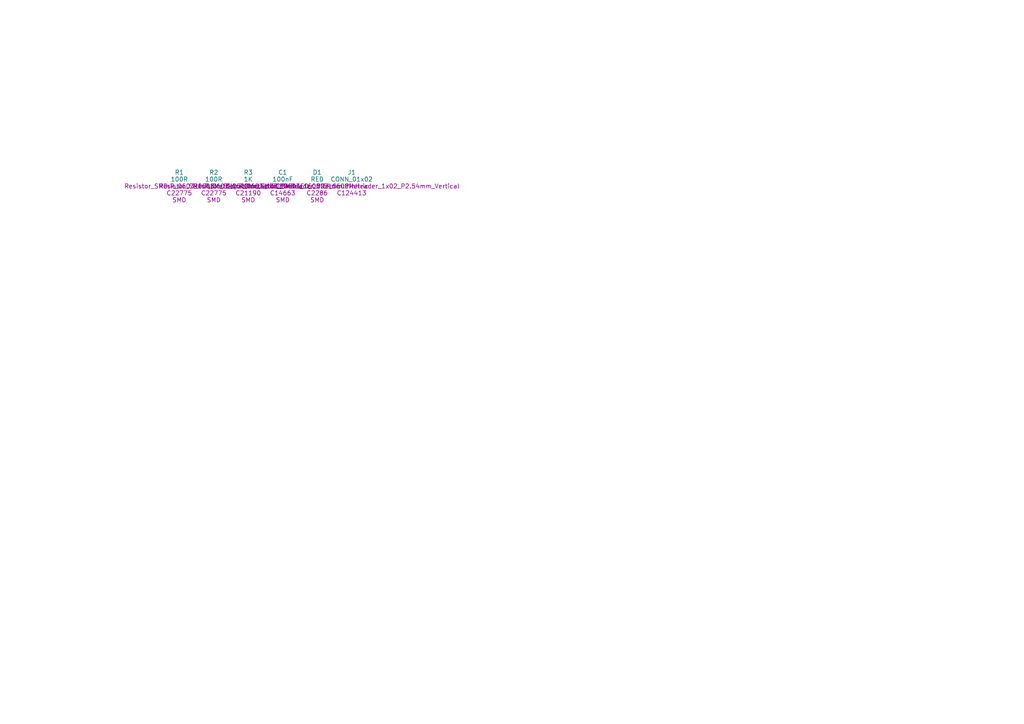
<source format=kicad_sch>
(kicad_sch (version 20211123) (generator eeschema)
  (uuid 12345678-1234-1234-1234-123456789abc)
  (paper "A4")
  (lib_symbols)
  (symbol (lib_id "Device:R") (at 50 50 0) (unit 1)
    (property "Reference" "R1" (id 0) (at 52 50 0))
    (property "Value" "100R" (id 1) (at 52 52 0))
    (property "Footprint" "Resistor_SMD:R_0603_1608Metric" (id 2) (at 52 54 0))
    (property "LCSC" "C22775" (id 3) (at 52 56 0))
    (property "SMD" "SMD" (id 4) (at 52 58 0)))
  (symbol (lib_id "Device:R") (at 60 50 0) (unit 1)
    (property "Reference" "R2" (id 0) (at 62 50 0))
    (property "Value" "100R" (id 1) (at 62 52 0))
    (property "Footprint" "Resistor_SMD:R_0603_1608Metric" (id 2) (at 62 54 0))
    (property "LCSC" "C22775" (id 3) (at 62 56 0))
    (property "SMD" "SMD" (id 4) (at 62 58 0)))
  (symbol (lib_id "Device:R") (at 70 50 0) (unit 1)
    (property "Reference" "R3" (id 0) (at 72 50 0))
    (property "Value" "1K" (id 1) (at 72 52 0))
    (property "Footprint" "Resistor_SMD:R_0603_1608Metric" (id 2) (at 72 54 0))
    (property "LCSC" "C21190" (id 3) (at 72 56 0))
    (property "SMD" "SMD" (id 4) (at 72 58 0)))
  (symbol (lib_id "Device:C") (at 80 50 0) (unit 1)
    (property "Reference" "C1" (id 0) (at 82 50 0))
    (property "Value" "100nF" (id 1) (at 82 52 0))
    (property "Footprint" "Capacitor_SMD:C_0603_1608Metric" (id 2) (at 82 54 0))
    (property "LCSC" "C14663" (id 3) (at 82 56 0))
    (property "SMD" "SMD" (id 4) (at 82 58 0)))
  (symbol (lib_id "Device:LED") (at 90 50 0) (unit 1)
    (property "Reference" "D1" (id 0) (at 92 50 0))
    (property "Value" "RED" (id 1) (at 92 52 0))
    (property "Footprint" "LED_SMD:LED_0603_1608Metric" (id 2) (at 92 54 0))
    (property "LCSC" "C2286" (id 3) (at 92 56 0))
    (property "SMD" "SMD" (id 4) (at 92 58 0)))
  (symbol (lib_id "Connector:Conn_01x02") (at 100 50 0) (unit 1)
    (property "Reference" "J1" (id 0) (at 102 50 0))
    (property "Value" "CONN_01x02" (id 1) (at 102 52 0))
    (property "Footprint" "Connector_PinHeader_2.54mm:PinHeader_1x02_P2.54mm_Vertical" (id 2) (at 102 54 0))
    (property "LCSC" "C124413" (id 3) (at 102 56 0))
    (property "SMD" "" (id 4) (at 102 58 0)))
)

</source>
